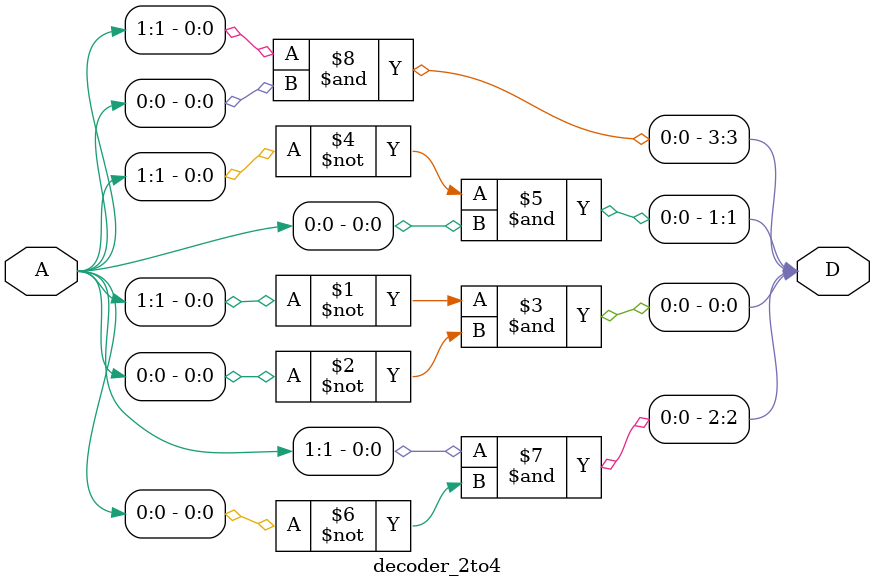
<source format=v>
module decoder_2to4(A, D);
  input [1:0] A;
  output [3:0] D;

  assign D[0] = ~A[1] & ~A[0];
  assign D[1] = ~A[1] & A[0];
  assign D[2] = A[1] & ~A[0];
  assign D[3] = A[1] & A[0];
endmodule

</source>
